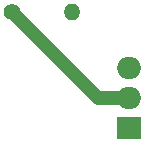
<source format=gbr>
%TF.GenerationSoftware,KiCad,Pcbnew,8.0.1*%
%TF.CreationDate,2025-01-10T19:22:40-08:00*%
%TF.ProjectId,pulltab,70756c6c-7461-4622-9e6b-696361645f70,rev?*%
%TF.SameCoordinates,Original*%
%TF.FileFunction,Copper,L2,Bot*%
%TF.FilePolarity,Positive*%
%FSLAX46Y46*%
G04 Gerber Fmt 4.6, Leading zero omitted, Abs format (unit mm)*
G04 Created by KiCad (PCBNEW 8.0.1) date 2025-01-10 19:22:40*
%MOMM*%
%LPD*%
G01*
G04 APERTURE LIST*
%TA.AperFunction,ComponentPad*%
%ADD10R,2.000000X1.905000*%
%TD*%
%TA.AperFunction,ComponentPad*%
%ADD11O,2.000000X1.905000*%
%TD*%
%TA.AperFunction,ComponentPad*%
%ADD12C,1.400000*%
%TD*%
%TA.AperFunction,ComponentPad*%
%ADD13O,1.400000X1.400000*%
%TD*%
%TA.AperFunction,Conductor*%
%ADD14C,1.200000*%
%TD*%
G04 APERTURE END LIST*
D10*
%TO.P,Q1,1,D*%
%TO.N,Net-(J7-Pin_1)*%
X142034400Y-71983600D03*
D11*
%TO.P,Q1,2,G*%
%TO.N,Net-(J1-Pin_1)*%
X142034400Y-69443600D03*
%TO.P,Q1,3,S*%
%TO.N,GND*%
X142034400Y-66903601D03*
%TD*%
D12*
%TO.P,R1,1*%
%TO.N,Net-(J1-Pin_1)*%
X132080000Y-62128400D03*
D13*
%TO.P,R1,2*%
%TO.N,GND*%
X137159999Y-62128400D03*
%TD*%
D14*
%TO.N,Net-(J1-Pin_1)*%
X139395200Y-69443600D02*
X132080000Y-62128400D01*
X142034400Y-69443600D02*
X139395200Y-69443600D01*
%TD*%
M02*

</source>
